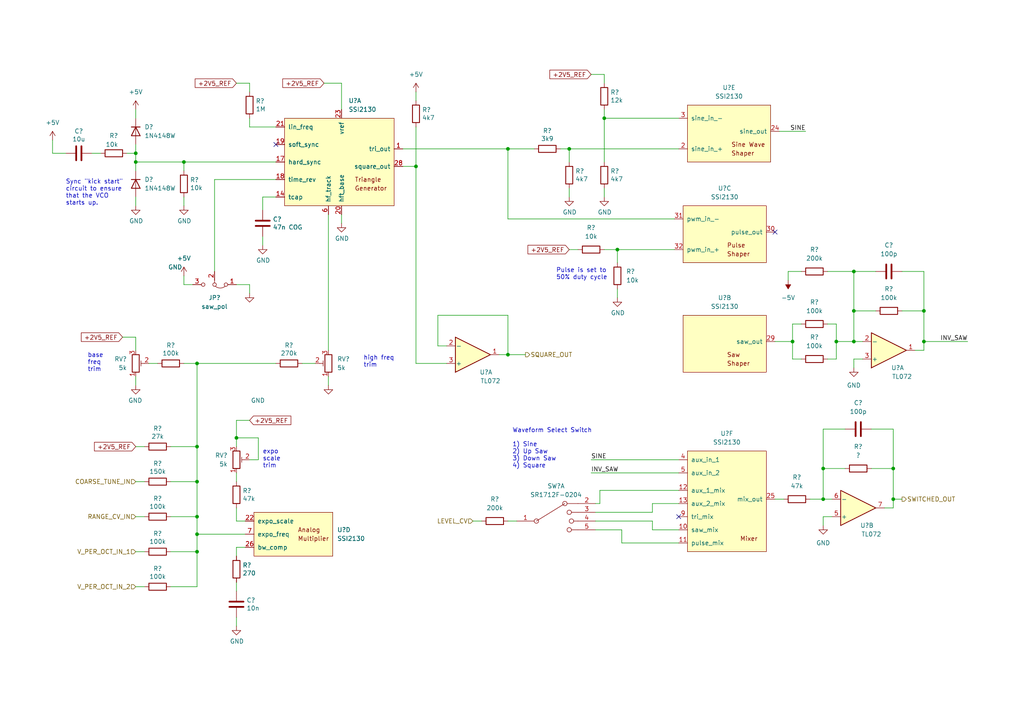
<source format=kicad_sch>
(kicad_sch (version 20230121) (generator eeschema)
  (paper "A4")
  (title_block (title "MICRO-OX Modulation Board") (date "2023-03-24") (rev "0") (comment 2 "creativecommons.org/licenses/by/4.0") (comment 3 "license: CC by 4.0") (comment 4 "Author: Jordan Aceto"))
  (lib_symbols
    (symbol "Amplifier_Operational:TL072" (pin_names (offset 0.127))
      (property "Reference" "U" (at 0 5.08 0))
      (property "Value" "TL072" (at 0 -5.08 0))
      (symbol "TL072_1_1"
        (pin output line (at 7.62 0 180) (length 2.54) (name "~") (number "1"))
        (pin input line (at -7.62 -2.54 0) (length 2.54) (name "-") (number "2"))
        (pin input line (at -7.62 2.54 0) (length 2.54) (name "+") (number "3"))
      )
      (symbol "TL072_2_1"
        (pin input line (at -7.62 2.54 0) (length 2.54) (name "+") (number "5"))
        (pin input line (at -7.62 -2.54 0) (length 2.54) (name "-") (number "6"))
        (pin output line (at 7.62 0 180) (length 2.54) (name "~") (number "7"))
      )
      (symbol "TL072_3_1"
        (pin power_in line (at -2.54 -7.62 90) (length 3.81) (name "V-") (number "4"))
        (pin power_in line (at -2.54 7.62 270) (length 3.81) (name "V+") (number "8"))
      )
    )
    (symbol "Device:C" (pin_numbers hide) (pin_names (offset 0.254))
      (property "Reference" "C" (at 0.635 2.54 0))
      (property "Value" "C" (at 0.635 -2.54 0))
      (symbol "C_1_1"
        (pin passive line (at 0 3.81 270) (length 2.794) (name "~") (number "1"))
        (pin passive line (at 0 -3.81 90) (length 2.794) (name "~") (number "2"))
      )
    )
    (symbol "Device:R" (pin_numbers hide) (pin_names (offset 0))
      (property "Reference" "R" (at 2.032 0 90))
      (property "Value" "R" (at 0 0 90))
      (symbol "R_1_1"
        (pin passive line (at 0 3.81 270) (length 1.27) (name "~") (number "1"))
        (pin passive line (at 0 -3.81 90) (length 1.27) (name "~") (number "2"))
      )
    )
    (symbol "Device:R_Potentiometer_Trim" (pin_names (offset 1.016) hide)
      (property "Reference" "RV" (at -4.445 0 90))
      (property "Value" "R_Potentiometer_Trim" (at -2.54 0 90))
      (symbol "R_Potentiometer_Trim_1_1"
        (pin passive line (at 0 3.81 270) (length 1.27) (name "1") (number "1"))
        (pin passive line (at 3.81 0 180) (length 1.27) (name "2") (number "2"))
        (pin passive line (at 0 -3.81 90) (length 1.27) (name "3") (number "3"))
      )
    )
    (symbol "Diode:1N4148W" (pin_numbers hide) (pin_names (offset 1.016) hide)
      (property "Reference" "D" (at 0 2.54 0))
      (property "Value" "1N4148W" (at 0 -2.54 0))
      (symbol "1N4148W_1_1"
        (pin passive line (at -3.81 0 0) (length 2.54) (name "K") (number "1"))
        (pin passive line (at 3.81 0 180) (length 2.54) (name "A") (number "2"))
      )
    )
    (symbol "Jumper:Jumper_3_Bridged12" (pin_names (offset 0) hide)
      (property "Reference" "JP" (at -2.54 -2.54 0))
      (property "Value" "Jumper_3_Bridged12" (at 0 2.794 0))
      (symbol "Jumper_3_Bridged12_1_1"
        (pin passive line (at -6.35 0 0) (length 2.54) (name "A") (number "1"))
        (pin passive line (at 0 -3.81 90) (length 2.54) (name "C") (number "2"))
        (pin passive line (at 6.35 0 180) (length 2.54) (name "B") (number "3"))
      )
    )
    (symbol "SSI2130_1" (pin_names (offset 1.016))
      (property "Reference" "U1" (at 2.0194 16.51 0))
      (property "Value" "SSI2130_1" (at 2.0194 13.97 0))
      (symbol "SSI2130_1_1_0"
        (text "Generator" (at 3.81 -8.89 0) (effects (font (size 1.27 1.27)) (justify left)))
        (text "Triangle" (at 3.81 -6.35 0) (effects (font (size 1.27 1.27)) (justify left)))
      )
      (symbol "SSI2130_1_1_1"
        (pin output line (at 17.78 2.54 180) (length 2.54) (name "tri_out") (number "1"))
        (pin input line (at -19.05 -11.43 0) (length 2.54) (name "tcap") (number "14"))
        (pin input line (at -19.05 -1.27 0) (length 2.54) (name "hard_sync") (number "17"))
        (pin input line (at -19.05 -6.35 0) (length 2.54) (name "time_rev") (number "18"))
        (pin input line (at -19.05 3.81 0) (length 2.54) (name "soft_sync") (number "19"))
        (pin input line (at 0 -16.51 90) (length 2.54) (name "hft_base") (number "20"))
        (pin input line (at -19.05 8.89 0) (length 2.54) (name "lin_freq") (number "21"))
        (pin input line (at 0 13.97 270) (length 2.54) (name "vref") (number "23"))
        (pin output line (at 17.78 -2.54 180) (length 2.54) (name "square_out") (number "28"))
        (pin input line (at -3.81 -16.51 90) (length 2.54) (name "hf_track") (number "6"))
      )
      (symbol "SSI2130_1_2_1"
        (text "Saw" (at 1.27 -3.81 0) (effects (font (size 1.27 1.27)) (justify left)))
        (text "Shaper" (at 1.27 -6.35 0) (effects (font (size 1.27 1.27)) (justify left)))
        (pin output line (at 15.24 0 180) (length 2.54) (name "saw_out") (number "29"))
      )
      (symbol "SSI2130_1_3_1"
        (text "Pulse" (at 1.27 -3.81 0) (effects (font (size 1.27 1.27)) (justify left)))
        (text "Shaper" (at 1.27 -6.35 0) (effects (font (size 1.27 1.27)) (justify left)))
        (pin output line (at 15.24 0 180) (length 2.54) (name "pulse_out") (number "30"))
        (pin input line (at -13.97 3.81 0) (length 2.54) (name "pwm_in_-") (number "31"))
        (pin input line (at -13.97 -5.08 0) (length 2.54) (name "pwm_in_+") (number "32"))
      )
      (symbol "SSI2130_1_4_1"
        (text "Analog" (at 1.27 1.27 0) (effects (font (size 1.27 1.27)) (justify left)))
        (text "Multiplier" (at 1.27 -1.27 0) (effects (font (size 1.27 1.27)) (justify left)))
        (pin input line (at -13.97 3.81 0) (length 2.54) (name "expo_scale") (number "22"))
        (pin input line (at -13.97 -3.81 0) (length 2.54) (name "bw_comp") (number "26"))
        (pin input line (at -13.97 0 0) (length 2.54) (name "expo_freq") (number "7"))
      )
      (symbol "SSI2130_1_5_1"
        (text "Shaper" (at 1.27 -6.35 0) (effects (font (size 1.27 1.27)) (justify left)))
        (text "Sine Wave" (at 1.27 -3.81 0) (effects (font (size 1.27 1.27)) (justify left)))
        (pin input line (at -13.97 -5.08 0) (length 2.54) (name "sine_in_+") (number "2"))
        (pin output line (at 15.24 0 180) (length 2.54) (name "sine_out") (number "24"))
        (pin input line (at -13.97 3.81 0) (length 2.54) (name "sine_in_-") (number "3"))
      )
      (symbol "SSI2130_1_6_1"
        (text "Mixer" (at 3.81 -7.62 0) (effects (font (size 1.27 1.27)) (justify left)))
        (pin input line (at -13.97 -5.08 0) (length 2.54) (name "saw_mix") (number "10"))
        (pin input line (at -13.97 -8.89 0) (length 2.54) (name "pulse_mix") (number "11"))
        (pin input line (at -13.97 6.35 0) (length 2.54) (name "aux_1_mix") (number "12"))
        (pin input line (at -13.97 2.54 0) (length 2.54) (name "aux_2_mix") (number "13"))
        (pin output line (at 13.97 3.81 180) (length 2.54) (name "mix_out") (number "25"))
        (pin input line (at -13.97 15.24 0) (length 2.54) (name "aux_in_1") (number "4"))
        (pin input line (at -13.97 11.43 0) (length 2.54) (name "aux_in_2") (number "5"))
        (pin input line (at -13.97 -1.27 0) (length 2.54) (name "tri_mix") (number "9"))
      )
      (symbol "SSI2130_1_7_1"
        (text "Power" (at 1.27 0 0) (effects (font (size 1.27 1.27)) (justify left)))
        (pin power_in line (at -13.97 -1.27 0) (length 2.54) (name "dgnd") (number "15"))
        (pin power_in line (at -13.97 1.27 0) (length 2.54) (name "agnd") (number "16"))
        (pin power_in line (at -13.97 3.81 0) (length 2.54) (name "V+") (number "27"))
        (pin power_in line (at -13.97 -3.81 0) (length 2.54) (name "V-") (number "8"))
      )
    )
    (symbol "SSI2130_2" (pin_names (offset 1.016))
      (property "Reference" "U1" (at 2.0194 16.51 0))
      (property "Value" "SSI2130_2" (at 2.0194 13.97 0))
      (symbol "SSI2130_2_1_0"
        (text "Generator" (at 3.81 -8.89 0) (effects (font (size 1.27 1.27)) (justify left)))
        (text "Triangle" (at 3.81 -6.35 0) (effects (font (size 1.27 1.27)) (justify left)))
      )
      (symbol "SSI2130_2_1_1"
        (pin output line (at 17.78 2.54 180) (length 2.54) (name "tri_out") (number "1"))
        (pin input line (at -19.05 -11.43 0) (length 2.54) (name "tcap") (number "14"))
        (pin input line (at -19.05 -1.27 0) (length 2.54) (name "hard_sync") (number "17"))
        (pin input line (at -19.05 -6.35 0) (length 2.54) (name "time_rev") (number "18"))
        (pin input line (at -19.05 3.81 0) (length 2.54) (name "soft_sync") (number "19"))
        (pin input line (at 0 -16.51 90) (length 2.54) (name "hft_base") (number "20"))
        (pin input line (at -19.05 8.89 0) (length 2.54) (name "lin_freq") (number "21"))
        (pin input line (at 0 13.97 270) (length 2.54) (name "vref") (number "23"))
        (pin output line (at 17.78 -2.54 180) (length 2.54) (name "square_out") (number "28"))
        (pin input line (at -3.81 -16.51 90) (length 2.54) (name "hf_track") (number "6"))
      )
      (symbol "SSI2130_2_2_1"
        (text "Saw" (at 1.27 -3.81 0) (effects (font (size 1.27 1.27)) (justify left)))
        (text "Shaper" (at 1.27 -6.35 0) (effects (font (size 1.27 1.27)) (justify left)))
        (pin output line (at 15.24 0 180) (length 2.54) (name "saw_out") (number "29"))
      )
      (symbol "SSI2130_2_3_1"
        (text "Pulse" (at 1.27 -3.81 0) (effects (font (size 1.27 1.27)) (justify left)))
        (text "Shaper" (at 1.27 -6.35 0) (effects (font (size 1.27 1.27)) (justify left)))
        (pin output line (at 15.24 0 180) (length 2.54) (name "pulse_out") (number "30"))
        (pin input line (at -13.97 3.81 0) (length 2.54) (name "pwm_in_-") (number "31"))
        (pin input line (at -13.97 -5.08 0) (length 2.54) (name "pwm_in_+") (number "32"))
      )
      (symbol "SSI2130_2_4_1"
        (text "Analog" (at 1.27 1.27 0) (effects (font (size 1.27 1.27)) (justify left)))
        (text "Multiplier" (at 1.27 -1.27 0) (effects (font (size 1.27 1.27)) (justify left)))
        (pin input line (at -13.97 3.81 0) (length 2.54) (name "expo_scale") (number "22"))
        (pin input line (at -13.97 -3.81 0) (length 2.54) (name "bw_comp") (number "26"))
        (pin input line (at -13.97 0 0) (length 2.54) (name "expo_freq") (number "7"))
      )
      (symbol "SSI2130_2_5_1"
        (text "Shaper" (at 1.27 -6.35 0) (effects (font (size 1.27 1.27)) (justify left)))
        (text "Sine Wave" (at 1.27 -3.81 0) (effects (font (size 1.27 1.27)) (justify left)))
        (pin input line (at -13.97 -5.08 0) (length 2.54) (name "sine_in_+") (number "2"))
        (pin output line (at 15.24 0 180) (length 2.54) (name "sine_out") (number "24"))
        (pin input line (at -13.97 3.81 0) (length 2.54) (name "sine_in_-") (number "3"))
      )
      (symbol "SSI2130_2_6_1"
        (text "Mixer" (at 3.81 -7.62 0) (effects (font (size 1.27 1.27)) (justify left)))
        (pin input line (at -13.97 -5.08 0) (length 2.54) (name "saw_mix") (number "10"))
        (pin input line (at -13.97 -8.89 0) (length 2.54) (name "pulse_mix") (number "11"))
        (pin input line (at -13.97 6.35 0) (length 2.54) (name "aux_1_mix") (number "12"))
        (pin input line (at -13.97 2.54 0) (length 2.54) (name "aux_2_mix") (number "13"))
        (pin output line (at 13.97 3.81 180) (length 2.54) (name "mix_out") (number "25"))
        (pin input line (at -13.97 15.24 0) (length 2.54) (name "aux_in_1") (number "4"))
        (pin input line (at -13.97 11.43 0) (length 2.54) (name "aux_in_2") (number "5"))
        (pin input line (at -13.97 -1.27 0) (length 2.54) (name "tri_mix") (number "9"))
      )
      (symbol "SSI2130_2_7_1"
        (text "Power" (at 1.27 0 0) (effects (font (size 1.27 1.27)) (justify left)))
        (pin power_in line (at -13.97 -1.27 0) (length 2.54) (name "dgnd") (number "15"))
        (pin power_in line (at -13.97 1.27 0) (length 2.54) (name "agnd") (number "16"))
        (pin power_in line (at -13.97 3.81 0) (length 2.54) (name "V+") (number "27"))
        (pin power_in line (at -13.97 -3.81 0) (length 2.54) (name "V-") (number "8"))
      )
    )
    (symbol "SSI2130_3" (pin_names (offset 1.016))
      (property "Reference" "U1" (at 2.0194 16.51 0))
      (property "Value" "SSI2130_3" (at 2.0194 13.97 0))
      (symbol "SSI2130_3_1_0"
        (text "Generator" (at 3.81 -8.89 0) (effects (font (size 1.27 1.27)) (justify left)))
        (text "Triangle" (at 3.81 -6.35 0) (effects (font (size 1.27 1.27)) (justify left)))
      )
      (symbol "SSI2130_3_1_1"
        (pin output line (at 17.78 2.54 180) (length 2.54) (name "tri_out") (number "1"))
        (pin input line (at -19.05 -11.43 0) (length 2.54) (name "tcap") (number "14"))
        (pin input line (at -19.05 -1.27 0) (length 2.54) (name "hard_sync") (number "17"))
        (pin input line (at -19.05 -6.35 0) (length 2.54) (name "time_rev") (number "18"))
        (pin input line (at -19.05 3.81 0) (length 2.54) (name "soft_sync") (number "19"))
        (pin input line (at 0 -16.51 90) (length 2.54) (name "hft_base") (number "20"))
        (pin input line (at -19.05 8.89 0) (length 2.54) (name "lin_freq") (number "21"))
        (pin input line (at 0 13.97 270) (length 2.54) (name "vref") (number "23"))
        (pin output line (at 17.78 -2.54 180) (length 2.54) (name "square_out") (number "28"))
        (pin input line (at -3.81 -16.51 90) (length 2.54) (name "hf_track") (number "6"))
      )
      (symbol "SSI2130_3_2_1"
        (text "Saw" (at 1.27 -3.81 0) (effects (font (size 1.27 1.27)) (justify left)))
        (text "Shaper" (at 1.27 -6.35 0) (effects (font (size 1.27 1.27)) (justify left)))
        (pin output line (at 15.24 0 180) (length 2.54) (name "saw_out") (number "29"))
      )
      (symbol "SSI2130_3_3_1"
        (text "Pulse" (at 1.27 -3.81 0) (effects (font (size 1.27 1.27)) (justify left)))
        (text "Shaper" (at 1.27 -6.35 0) (effects (font (size 1.27 1.27)) (justify left)))
        (pin output line (at 15.24 0 180) (length 2.54) (name "pulse_out") (number "30"))
        (pin input line (at -13.97 3.81 0) (length 2.54) (name "pwm_in_-") (number "31"))
        (pin input line (at -13.97 -5.08 0) (length 2.54) (name "pwm_in_+") (number "32"))
      )
      (symbol "SSI2130_3_4_1"
        (text "Analog" (at 1.27 1.27 0) (effects (font (size 1.27 1.27)) (justify left)))
        (text "Multiplier" (at 1.27 -1.27 0) (effects (font (size 1.27 1.27)) (justify left)))
        (pin input line (at -13.97 3.81 0) (length 2.54) (name "expo_scale") (number "22"))
        (pin input line (at -13.97 -3.81 0) (length 2.54) (name "bw_comp") (number "26"))
        (pin input line (at -13.97 0 0) (length 2.54) (name "expo_freq") (number "7"))
      )
      (symbol "SSI2130_3_5_1"
        (text "Shaper" (at 1.27 -6.35 0) (effects (font (size 1.27 1.27)) (justify left)))
        (text "Sine Wave" (at 1.27 -3.81 0) (effects (font (size 1.27 1.27)) (justify left)))
        (pin input line (at -13.97 -5.08 0) (length 2.54) (name "sine_in_+") (number "2"))
        (pin output line (at 15.24 0 180) (length 2.54) (name "sine_out") (number "24"))
        (pin input line (at -13.97 3.81 0) (length 2.54) (name "sine_in_-") (number "3"))
      )
      (symbol "SSI2130_3_6_1"
        (text "Mixer" (at 3.81 -7.62 0) (effects (font (size 1.27 1.27)) (justify left)))
        (pin input line (at -13.97 -5.08 0) (length 2.54) (name "saw_mix") (number "10"))
        (pin input line (at -13.97 -8.89 0) (length 2.54) (name "pulse_mix") (number "11"))
        (pin input line (at -13.97 6.35 0) (length 2.54) (name "aux_1_mix") (number "12"))
        (pin input line (at -13.97 2.54 0) (length 2.54) (name "aux_2_mix") (number "13"))
        (pin output line (at 13.97 3.81 180) (length 2.54) (name "mix_out") (number "25"))
        (pin input line (at -13.97 15.24 0) (length 2.54) (name "aux_in_1") (number "4"))
        (pin input line (at -13.97 11.43 0) (length 2.54) (name "aux_in_2") (number "5"))
        (pin input line (at -13.97 -1.27 0) (length 2.54) (name "tri_mix") (number "9"))
      )
      (symbol "SSI2130_3_7_1"
        (text "Power" (at 1.27 0 0) (effects (font (size 1.27 1.27)) (justify left)))
        (pin power_in line (at -13.97 -1.27 0) (length 2.54) (name "dgnd") (number "15"))
        (pin power_in line (at -13.97 1.27 0) (length 2.54) (name "agnd") (number "16"))
        (pin power_in line (at -13.97 3.81 0) (length 2.54) (name "V+") (number "27"))
        (pin power_in line (at -13.97 -3.81 0) (length 2.54) (name "V-") (number "8"))
      )
    )
    (symbol "SSI2130_4" (pin_names (offset 1.016))
      (property "Reference" "U1" (at 2.0194 16.51 0))
      (property "Value" "SSI2130_4" (at 2.0194 13.97 0))
      (symbol "SSI2130_4_1_0"
        (text "Generator" (at 3.81 -8.89 0) (effects (font (size 1.27 1.27)) (justify left)))
        (text "Triangle" (at 3.81 -6.35 0) (effects (font (size 1.27 1.27)) (justify left)))
      )
      (symbol "SSI2130_4_1_1"
        (pin output line (at 17.78 2.54 180) (length 2.54) (name "tri_out") (number "1"))
        (pin input line (at -19.05 -11.43 0) (length 2.54) (name "tcap") (number "14"))
        (pin input line (at -19.05 -1.27 0) (length 2.54) (name "hard_sync") (number "17"))
        (pin input line (at -19.05 -6.35 0) (length 2.54) (name "time_rev") (number "18"))
        (pin input line (at -19.05 3.81 0) (length 2.54) (name "soft_sync") (number "19"))
        (pin input line (at 0 -16.51 90) (length 2.54) (name "hft_base") (number "20"))
        (pin input line (at -19.05 8.89 0) (length 2.54) (name "lin_freq") (number "21"))
        (pin input line (at 0 13.97 270) (length 2.54) (name "vref") (number "23"))
        (pin output line (at 17.78 -2.54 180) (length 2.54) (name "square_out") (number "28"))
        (pin input line (at -3.81 -16.51 90) (length 2.54) (name "hf_track") (number "6"))
      )
      (symbol "SSI2130_4_2_1"
        (text "Saw" (at 1.27 -3.81 0) (effects (font (size 1.27 1.27)) (justify left)))
        (text "Shaper" (at 1.27 -6.35 0) (effects (font (size 1.27 1.27)) (justify left)))
        (pin output line (at 15.24 0 180) (length 2.54) (name "saw_out") (number "29"))
      )
      (symbol "SSI2130_4_3_1"
        (text "Pulse" (at 1.27 -3.81 0) (effects (font (size 1.27 1.27)) (justify left)))
        (text "Shaper" (at 1.27 -6.35 0) (effects (font (size 1.27 1.27)) (justify left)))
        (pin output line (at 15.24 0 180) (length 2.54) (name "pulse_out") (number "30"))
        (pin input line (at -13.97 3.81 0) (length 2.54) (name "pwm_in_-") (number "31"))
        (pin input line (at -13.97 -5.08 0) (length 2.54) (name "pwm_in_+") (number "32"))
      )
      (symbol "SSI2130_4_4_1"
        (text "Analog" (at 1.27 1.27 0) (effects (font (size 1.27 1.27)) (justify left)))
        (text "Multiplier" (at 1.27 -1.27 0) (effects (font (size 1.27 1.27)) (justify left)))
        (pin input line (at -13.97 3.81 0) (length 2.54) (name "expo_scale") (number "22"))
        (pin input line (at -13.97 -3.81 0) (length 2.54) (name "bw_comp") (number "26"))
        (pin input line (at -13.97 0 0) (length 2.54) (name "expo_freq") (number "7"))
      )
      (symbol "SSI2130_4_5_1"
        (text "Shaper" (at 1.27 -6.35 0) (effects (font (size 1.27 1.27)) (justify left)))
        (text "Sine Wave" (at 1.27 -3.81 0) (effects (font (size 1.27 1.27)) (justify left)))
        (pin input line (at -13.97 -5.08 0) (length 2.54) (name "sine_in_+") (number "2"))
        (pin output line (at 15.24 0 180) (length 2.54) (name "sine_out") (number "24"))
        (pin input line (at -13.97 3.81 0) (length 2.54) (name "sine_in_-") (number "3"))
      )
      (symbol "SSI2130_4_6_1"
        (text "Mixer" (at 3.81 -7.62 0) (effects (font (size 1.27 1.27)) (justify left)))
        (pin input line (at -13.97 -5.08 0) (length 2.54) (name "saw_mix") (number "10"))
        (pin input line (at -13.97 -8.89 0) (length 2.54) (name "pulse_mix") (number "11"))
        (pin input line (at -13.97 6.35 0) (length 2.54) (name "aux_1_mix") (number "12"))
        (pin input line (at -13.97 2.54 0) (length 2.54) (name "aux_2_mix") (number "13"))
        (pin output line (at 13.97 3.81 180) (length 2.54) (name "mix_out") (number "25"))
        (pin input line (at -13.97 15.24 0) (length 2.54) (name "aux_in_1") (number "4"))
        (pin input line (at -13.97 11.43 0) (length 2.54) (name "aux_in_2") (number "5"))
        (pin input line (at -13.97 -1.27 0) (length 2.54) (name "tri_mix") (number "9"))
      )
      (symbol "SSI2130_4_7_1"
        (text "Power" (at 1.27 0 0) (effects (font (size 1.27 1.27)) (justify left)))
        (pin power_in line (at -13.97 -1.27 0) (length 2.54) (name "dgnd") (number "15"))
        (pin power_in line (at -13.97 1.27 0) (length 2.54) (name "agnd") (number "16"))
        (pin power_in line (at -13.97 3.81 0) (length 2.54) (name "V+") (number "27"))
        (pin power_in line (at -13.97 -3.81 0) (length 2.54) (name "V-") (number "8"))
      )
    )
    (symbol "SSI2130_5" (pin_names (offset 1.016))
      (property "Reference" "U1" (at 2.0194 16.51 0))
      (property "Value" "SSI2130_5" (at 2.0194 13.97 0))
      (symbol "SSI2130_5_1_0"
        (text "Generator" (at 3.81 -8.89 0) (effects (font (size 1.27 1.27)) (justify left)))
        (text "Triangle" (at 3.81 -6.35 0) (effects (font (size 1.27 1.27)) (justify left)))
      )
      (symbol "SSI2130_5_1_1"
        (pin output line (at 17.78 2.54 180) (length 2.54) (name "tri_out") (number "1"))
        (pin input line (at -19.05 -11.43 0) (length 2.54) (name "tcap") (number "14"))
        (pin input line (at -19.05 -1.27 0) (length 2.54) (name "hard_sync") (number "17"))
        (pin input line (at -19.05 -6.35 0) (length 2.54) (name "time_rev") (number "18"))
        (pin input line (at -19.05 3.81 0) (length 2.54) (name "soft_sync") (number "19"))
        (pin input line (at 0 -16.51 90) (length 2.54) (name "hft_base") (number "20"))
        (pin input line (at -19.05 8.89 0) (length 2.54) (name "lin_freq") (number "21"))
        (pin input line (at 0 13.97 270) (length 2.54) (name "vref") (number "23"))
        (pin output line (at 17.78 -2.54 180) (length 2.54) (name "square_out") (number "28"))
        (pin input line (at -3.81 -16.51 90) (length 2.54) (name "hf_track") (number "6"))
      )
      (symbol "SSI2130_5_2_1"
        (text "Saw" (at 1.27 -3.81 0) (effects (font (size 1.27 1.27)) (justify left)))
        (text "Shaper" (at 1.27 -6.35 0) (effects (font (size 1.27 1.27)) (justify left)))
        (pin output line (at 15.24 0 180) (length 2.54) (name "saw_out") (number "29"))
      )
      (symbol "SSI2130_5_3_1"
        (text "Pulse" (at 1.27 -3.81 0) (effects (font (size 1.27 1.27)) (justify left)))
        (text "Shaper" (at 1.27 -6.35 0) (effects (font (size 1.27 1.27)) (justify left)))
        (pin output line (at 15.24 0 180) (length 2.54) (name "pulse_out") (number "30"))
        (pin input line (at -13.97 3.81 0) (length 2.54) (name "pwm_in_-") (number "31"))
        (pin input line (at -13.97 -5.08 0) (length 2.54) (name "pwm_in_+") (number "32"))
      )
      (symbol "SSI2130_5_4_1"
        (text "Analog" (at 1.27 1.27 0) (effects (font (size 1.27 1.27)) (justify left)))
        (text "Multiplier" (at 1.27 -1.27 0) (effects (font (size 1.27 1.27)) (justify left)))
        (pin input line (at -13.97 3.81 0) (length 2.54) (name "expo_scale") (number "22"))
        (pin input line (at -13.97 -3.81 0) (length 2.54) (name "bw_comp") (number "26"))
        (pin input line (at -13.97 0 0) (length 2.54) (name "expo_freq") (number "7"))
      )
      (symbol "SSI2130_5_5_1"
        (text "Shaper" (at 1.27 -6.35 0) (effects (font (size 1.27 1.27)) (justify left)))
        (text "Sine Wave" (at 1.27 -3.81 0) (effects (font (size 1.27 1.27)) (justify left)))
        (pin input line (at -13.97 -5.08 0) (length 2.54) (name "sine_in_+") (number "2"))
        (pin output line (at 15.24 0 180) (length 2.54) (name "sine_out") (number "24"))
        (pin input line (at -13.97 3.81 0) (length 2.54) (name "sine_in_-") (number "3"))
      )
      (symbol "SSI2130_5_6_1"
        (text "Mixer" (at 3.81 -7.62 0) (effects (font (size 1.27 1.27)) (justify left)))
        (pin input line (at -13.97 -5.08 0) (length 2.54) (name "saw_mix") (number "10"))
        (pin input line (at -13.97 -8.89 0) (length 2.54) (name "pulse_mix") (number "11"))
        (pin input line (at -13.97 6.35 0) (length 2.54) (name "aux_1_mix") (number "12"))
        (pin input line (at -13.97 2.54 0) (length 2.54) (name "aux_2_mix") (number "13"))
        (pin output line (at 13.97 3.81 180) (length 2.54) (name "mix_out") (number "25"))
        (pin input line (at -13.97 15.24 0) (length 2.54) (name "aux_in_1") (number "4"))
        (pin input line (at -13.97 11.43 0) (length 2.54) (name "aux_in_2") (number "5"))
        (pin input line (at -13.97 -1.27 0) (length 2.54) (name "tri_mix") (number "9"))
      )
      (symbol "SSI2130_5_7_1"
        (text "Power" (at 1.27 0 0) (effects (font (size 1.27 1.27)) (justify left)))
        (pin power_in line (at -13.97 -1.27 0) (length 2.54) (name "dgnd") (number "15"))
        (pin power_in line (at -13.97 1.27 0) (length 2.54) (name "agnd") (number "16"))
        (pin power_in line (at -13.97 3.81 0) (length 2.54) (name "V+") (number "27"))
        (pin power_in line (at -13.97 -3.81 0) (length 2.54) (name "V-") (number "8"))
      )
    )
    (symbol "custom_symbols:SR1712F-0204" (pin_names (offset 1.016) hide)
      (property "Reference" "SW?" (at -1.27 11.43 0))
      (property "Value" "SR1712F-0204" (at -1.27 8.89 0))
      (symbol "SR1712F-0204_1_1"
        (pin passive line (at -10.16 0 0) (length 5.08) (name "1") (number "1"))
        (pin passive line (at 12.7 5.08 180) (length 5.08) (name "2") (number "2"))
        (pin passive line (at 12.7 2.54 180) (length 5.08) (name "3") (number "3"))
        (pin passive line (at 12.7 0 180) (length 5.08) (name "4") (number "4"))
        (pin passive line (at 12.7 -2.54 180) (length 5.08) (name "5") (number "5"))
      )
      (symbol "SR1712F-0204_2_1"
        (pin passive line (at -10.16 0 0) (length 5.08) (name "10") (number "10"))
        (pin passive line (at 12.7 5.08 180) (length 5.08) (name "6") (number "6"))
        (pin passive line (at 12.7 2.54 180) (length 5.08) (name "7") (number "7"))
        (pin passive line (at 12.7 0 180) (length 5.08) (name "8") (number "8"))
        (pin passive line (at 12.7 -2.54 180) (length 5.08) (name "9") (number "9"))
      )
    )
    (symbol "custom_symbols:SSI2130" (pin_names (offset 1.016))
      (property "Reference" "U1" (at 2.0194 16.51 0))
      (property "Value" "SSI2130" (at 2.0194 13.97 0))
      (symbol "SSI2130_1_0"
        (text "Generator" (at 3.81 -8.89 0) (effects (font (size 1.27 1.27)) (justify left)))
        (text "Triangle" (at 3.81 -6.35 0) (effects (font (size 1.27 1.27)) (justify left)))
      )
      (symbol "SSI2130_1_1"
        (pin output line (at 17.78 2.54 180) (length 2.54) (name "tri_out") (number "1"))
        (pin input line (at -19.05 -11.43 0) (length 2.54) (name "tcap") (number "14"))
        (pin input line (at -19.05 -1.27 0) (length 2.54) (name "hard_sync") (number "17"))
        (pin input line (at -19.05 -6.35 0) (length 2.54) (name "time_rev") (number "18"))
        (pin input line (at -19.05 3.81 0) (length 2.54) (name "soft_sync") (number "19"))
        (pin input line (at 0 -16.51 90) (length 2.54) (name "hft_base") (number "20"))
        (pin input line (at -19.05 8.89 0) (length 2.54) (name "lin_freq") (number "21"))
        (pin input line (at 0 13.97 270) (length 2.54) (name "vref") (number "23"))
        (pin output line (at 17.78 -2.54 180) (length 2.54) (name "square_out") (number "28"))
        (pin input line (at -3.81 -16.51 90) (length 2.54) (name "hf_track") (number "6"))
      )
      (symbol "SSI2130_2_1"
        (text "Saw" (at 1.27 -3.81 0) (effects (font (size 1.27 1.27)) (justify left)))
        (text "Shaper" (at 1.27 -6.35 0) (effects (font (size 1.27 1.27)) (justify left)))
        (pin output line (at 15.24 0 180) (length 2.54) (name "saw_out") (number "29"))
      )
      (symbol "SSI2130_3_1"
        (text "Pulse" (at 1.27 -3.81 0) (effects (font (size 1.27 1.27)) (justify left)))
        (text "Shaper" (at 1.27 -6.35 0) (effects (font (size 1.27 1.27)) (justify left)))
        (pin output line (at 15.24 0 180) (length 2.54) (name "pulse_out") (number "30"))
        (pin input line (at -13.97 3.81 0) (length 2.54) (name "pwm_in_-") (number "31"))
        (pin input line (at -13.97 -5.08 0) (length 2.54) (name "pwm_in_+") (number "32"))
      )
      (symbol "SSI2130_4_1"
        (text "Analog" (at 1.27 1.27 0) (effects (font (size 1.27 1.27)) (justify left)))
        (text "Multiplier" (at 1.27 -1.27 0) (effects (font (size 1.27 1.27)) (justify left)))
        (pin input line (at -13.97 3.81 0) (length 2.54) (name "expo_scale") (number "22"))
        (pin input line (at -13.97 -3.81 0) (length 2.54) (name "bw_comp") (number "26"))
        (pin input line (at -13.97 0 0) (length 2.54) (name "expo_freq") (number "7"))
      )
      (symbol "SSI2130_5_1"
        (text "Shaper" (at 1.27 -6.35 0) (effects (font (size 1.27 1.27)) (justify left)))
        (text "Sine Wave" (at 1.27 -3.81 0) (effects (font (size 1.27 1.27)) (justify left)))
        (pin input line (at -13.97 -5.08 0) (length 2.54) (name "sine_in_+") (number "2"))
        (pin output line (at 15.24 0 180) (length 2.54) (name "sine_out") (number "24"))
        (pin input line (at -13.97 3.81 0) (length 2.54) (name "sine_in_-") (number "3"))
      )
      (symbol "SSI2130_6_1"
        (text "Mixer" (at 3.81 -7.62 0) (effects (font (size 1.27 1.27)) (justify left)))
        (pin input line (at -13.97 -5.08 0) (length 2.54) (name "saw_mix") (number "10"))
        (pin input line (at -13.97 -8.89 0) (length 2.54) (name "pulse_mix") (number "11"))
        (pin input line (at -13.97 6.35 0) (length 2.54) (name "aux_1_mix") (number "12"))
        (pin input line (at -13.97 2.54 0) (length 2.54) (name "aux_2_mix") (number "13"))
        (pin output line (at 13.97 3.81 180) (length 2.54) (name "mix_out") (number "25"))
        (pin input line (at -13.97 15.24 0) (length 2.54) (name "aux_in_1") (number "4"))
        (pin input line (at -13.97 11.43 0) (length 2.54) (name "aux_in_2") (number "5"))
        (pin input line (at -13.97 -1.27 0) (length 2.54) (name "tri_mix") (number "9"))
      )
      (symbol "SSI2130_7_1"
        (text "Power" (at 1.27 0 0) (effects (font (size 1.27 1.27)) (justify left)))
        (pin power_in line (at -13.97 -1.27 0) (length 2.54) (name "dgnd") (number "15"))
        (pin power_in line (at -13.97 1.27 0) (length 2.54) (name "agnd") (number "16"))
        (pin power_in line (at -13.97 3.81 0) (length 2.54) (name "V+") (number "27"))
        (pin power_in line (at -13.97 -3.81 0) (length 2.54) (name "V-") (number "8"))
      )
    )
    (symbol "power:+5V" (power) (pin_names (offset 0))
      (property "Value" "+5V" (at 0 3.556 0))
      (symbol "+5V_1_1"
        (pin power_in line (at 0 0 90) (length 0) hide (name "+5V") (number "1"))
      )
    )
    (symbol "power:-5V" (power) (pin_names (offset 0))
      (property "Value" "-5V" (at 0 3.81 0))
      (symbol "-5V_0_0"
        (pin power_in line (at 0 0 90) (length 0) hide (name "-5V") (number "1"))
      )
    )
    (symbol "power:GND" (power) (pin_names (offset 0))
      (property "Value" "GND" (at 0 -3.81 0))
      (symbol "GND_1_1"
        (pin power_in line (at 0 0 270) (length 0) hide (name "GND") (number "1"))
      )
    )
  )
  (junction (at 247.65 99.06))
  (junction (at 229.87 99.06))
  (junction (at 165.1 43.18))
  (junction (at 57.15 154.94))
  (junction (at 147.32 102.87))
  (junction (at 57.15 139.7))
  (junction (at 238.76 144.78))
  (junction (at 179.07 72.39))
  (junction (at 39.37 44.45))
  (junction (at 259.08 144.78))
  (junction (at 57.15 105.41))
  (junction (at 57.15 160.02))
  (junction (at 68.58 127))
  (junction (at 242.57 99.06))
  (junction (at 120.65 48.26))
  (junction (at 57.15 149.86))
  (junction (at 238.76 135.89))
  (junction (at 259.08 135.89))
  (junction (at 267.97 99.06))
  (junction (at 53.34 46.99))
  (junction (at 147.32 43.18))
  (junction (at 267.97 90.17))
  (junction (at 175.26 34.29))
  (junction (at 247.65 90.17))
  (junction (at 57.15 129.54))
  (junction (at 247.65 78.74))
  (junction (at 39.37 46.99))
  (no_connect (at 80.01 41.91))
  (no_connect (at 196.85 149.86))
  (no_connect (at 224.79 67.31))
  (wire (pts (xy 175.26 34.29) (xy 175.26 31.75)))
  (wire (pts (xy 241.3 144.78) (xy 238.76 144.78)))
  (wire (pts (xy 224.79 99.06) (xy 229.87 99.06)))
  (wire (pts (xy 116.84 43.18) (xy 147.32 43.18)))
  (wire (pts (xy 95.25 111.76) (xy 95.25 109.22)))
  (wire (pts (xy 224.79 144.78) (xy 227.33 144.78)))
  (wire (pts (xy 35.56 97.79) (xy 39.37 97.79)))
  (wire (pts (xy 172.72 148.59) (xy 189.23 148.59)))
  (wire (pts (xy 165.1 46.99) (xy 165.1 43.18)))
  (wire (pts (xy 226.06 38.1) (xy 233.68 38.1)))
  (wire (pts (xy 68.58 171.45) (xy 68.58 168.91)))
  (wire (pts (xy 238.76 144.78) (xy 238.76 135.89)))
  (wire (pts (xy 74.93 127) (xy 68.58 127)))
  (wire (pts (xy 57.15 129.54) (xy 57.15 139.7)))
  (wire (pts (xy 76.2 60.96) (xy 76.2 57.15)))
  (wire (pts (xy 49.53 170.18) (xy 57.15 170.18)))
  (wire (pts (xy 228.6 78.74) (xy 228.6 81.28)))
  (wire (pts (xy 95.25 62.23) (xy 95.25 101.6)))
  (wire (pts (xy 245.11 124.46) (xy 238.76 124.46)))
  (wire (pts (xy 259.08 144.78) (xy 259.08 147.32)))
  (wire (pts (xy 234.95 144.78) (xy 238.76 144.78)))
  (wire (pts (xy 171.45 21.59) (xy 175.26 21.59)))
  (wire (pts (xy 39.37 31.75) (xy 39.37 34.29)))
  (wire (pts (xy 137.16 151.13) (xy 139.7 151.13)))
  (wire (pts (xy 162.56 43.18) (xy 165.1 43.18)))
  (wire (pts (xy 72.39 121.92) (xy 68.58 121.92)))
  (wire (pts (xy 116.84 48.26) (xy 120.65 48.26)))
  (wire (pts (xy 242.57 93.98) (xy 242.57 99.06)))
  (wire (pts (xy 179.07 83.82) (xy 179.07 86.36)))
  (wire (pts (xy 53.34 46.99) (xy 53.34 49.53)))
  (wire (pts (xy 147.32 91.44) (xy 127 91.44)))
  (wire (pts (xy 39.37 46.99) (xy 39.37 49.53)))
  (wire (pts (xy 144.78 102.87) (xy 147.32 102.87)))
  (wire (pts (xy 57.15 139.7) (xy 57.15 149.86)))
  (wire (pts (xy 267.97 99.06) (xy 267.97 101.6)))
  (wire (pts (xy 267.97 101.6) (xy 265.43 101.6)))
  (wire (pts (xy 91.44 105.41) (xy 87.63 105.41)))
  (wire (pts (xy 74.93 133.35) (xy 74.93 127)))
  (wire (pts (xy 252.73 124.46) (xy 259.08 124.46)))
  (wire (pts (xy 238.76 124.46) (xy 238.76 135.89)))
  (wire (pts (xy 242.57 99.06) (xy 247.65 99.06)))
  (wire (pts (xy 57.15 160.02) (xy 57.15 154.94)))
  (wire (pts (xy 229.87 104.14) (xy 229.87 99.06)))
  (wire (pts (xy 247.65 78.74) (xy 247.65 90.17)))
  (wire (pts (xy 189.23 148.59) (xy 189.23 146.05)))
  (wire (pts (xy 189.23 146.05) (xy 196.85 146.05)))
  (wire (pts (xy 19.05 44.45) (xy 15.24 44.45)))
  (wire (pts (xy 147.32 102.87) (xy 152.4 102.87)))
  (wire (pts (xy 120.65 29.21) (xy 120.65 26.67)))
  (wire (pts (xy 259.08 147.32) (xy 256.54 147.32)))
  (wire (pts (xy 72.39 36.83) (xy 72.39 34.29)))
  (wire (pts (xy 171.45 137.16) (xy 196.85 137.16)))
  (wire (pts (xy 68.58 147.32) (xy 68.58 151.13)))
  (wire (pts (xy 57.15 105.41) (xy 57.15 129.54)))
  (wire (pts (xy 175.26 72.39) (xy 179.07 72.39)))
  (wire (pts (xy 261.62 90.17) (xy 267.97 90.17)))
  (wire (pts (xy 173.99 142.24) (xy 196.85 142.24)))
  (wire (pts (xy 189.23 153.67) (xy 189.23 151.13)))
  (wire (pts (xy 57.15 139.7) (xy 49.53 139.7)))
  (wire (pts (xy 39.37 59.69) (xy 39.37 57.15)))
  (wire (pts (xy 15.24 44.45) (xy 15.24 40.64)))
  (wire (pts (xy 72.39 133.35) (xy 74.93 133.35)))
  (wire (pts (xy 99.06 24.13) (xy 93.98 24.13)))
  (wire (pts (xy 120.65 105.41) (xy 129.54 105.41)))
  (wire (pts (xy 180.34 157.48) (xy 180.34 153.67)))
  (wire (pts (xy 242.57 104.14) (xy 240.03 104.14)))
  (wire (pts (xy 180.34 153.67) (xy 172.72 153.67)))
  (wire (pts (xy 129.54 100.33) (xy 127 100.33)))
  (wire (pts (xy 68.58 121.92) (xy 68.58 127)))
  (wire (pts (xy 247.65 99.06) (xy 247.65 90.17)))
  (wire (pts (xy 39.37 129.54) (xy 41.91 129.54)))
  (wire (pts (xy 189.23 151.13) (xy 172.72 151.13)))
  (wire (pts (xy 252.73 135.89) (xy 259.08 135.89)))
  (wire (pts (xy 53.34 105.41) (xy 57.15 105.41)))
  (wire (pts (xy 62.23 78.74) (xy 62.23 52.07)))
  (wire (pts (xy 36.83 44.45) (xy 39.37 44.45)))
  (wire (pts (xy 72.39 26.67) (xy 72.39 24.13)))
  (wire (pts (xy 120.65 48.26) (xy 120.65 105.41)))
  (wire (pts (xy 57.15 105.41) (xy 80.01 105.41)))
  (wire (pts (xy 39.37 149.86) (xy 41.91 149.86)))
  (wire (pts (xy 68.58 82.55) (xy 72.39 82.55)))
  (wire (pts (xy 229.87 99.06) (xy 229.87 93.98)))
  (wire (pts (xy 76.2 57.15) (xy 80.01 57.15)))
  (wire (pts (xy 53.34 46.99) (xy 80.01 46.99)))
  (wire (pts (xy 57.15 149.86) (xy 49.53 149.86)))
  (wire (pts (xy 267.97 90.17) (xy 267.97 99.06)))
  (wire (pts (xy 68.58 161.29) (xy 68.58 158.75)))
  (wire (pts (xy 267.97 90.17) (xy 267.97 78.74)))
  (wire (pts (xy 71.12 154.94) (xy 57.15 154.94)))
  (wire (pts (xy 53.34 82.55) (xy 55.88 82.55)))
  (wire (pts (xy 165.1 54.61) (xy 165.1 57.15)))
  (wire (pts (xy 259.08 135.89) (xy 259.08 144.78)))
  (wire (pts (xy 39.37 41.91) (xy 39.37 44.45)))
  (wire (pts (xy 39.37 44.45) (xy 39.37 46.99)))
  (wire (pts (xy 53.34 80.01) (xy 53.34 82.55)))
  (wire (pts (xy 165.1 72.39) (xy 167.64 72.39)))
  (wire (pts (xy 57.15 129.54) (xy 49.53 129.54)))
  (wire (pts (xy 127 100.33) (xy 127 91.44)))
  (wire (pts (xy 171.45 133.35) (xy 196.85 133.35)))
  (wire (pts (xy 68.58 127) (xy 68.58 129.54)))
  (wire (pts (xy 76.2 71.12) (xy 76.2 68.58)))
  (wire (pts (xy 39.37 46.99) (xy 53.34 46.99)))
  (wire (pts (xy 72.39 85.09) (xy 72.39 82.55)))
  (wire (pts (xy 68.58 24.13) (xy 72.39 24.13)))
  (wire (pts (xy 247.65 104.14) (xy 250.19 104.14)))
  (wire (pts (xy 229.87 93.98) (xy 232.41 93.98)))
  (wire (pts (xy 195.58 63.5) (xy 147.32 63.5)))
  (wire (pts (xy 72.39 36.83) (xy 80.01 36.83)))
  (wire (pts (xy 179.07 72.39) (xy 179.07 76.2)))
  (wire (pts (xy 179.07 72.39) (xy 195.58 72.39)))
  (wire (pts (xy 43.18 105.41) (xy 45.72 105.41)))
  (wire (pts (xy 147.32 151.13) (xy 149.86 151.13)))
  (wire (pts (xy 173.99 146.05) (xy 173.99 142.24)))
  (wire (pts (xy 39.37 160.02) (xy 41.91 160.02)))
  (wire (pts (xy 53.34 59.69) (xy 53.34 57.15)))
  (wire (pts (xy 172.72 146.05) (xy 173.99 146.05)))
  (wire (pts (xy 247.65 90.17) (xy 254 90.17)))
  (wire (pts (xy 29.21 44.45) (xy 26.67 44.45)))
  (wire (pts (xy 68.58 158.75) (xy 71.12 158.75)))
  (wire (pts (xy 267.97 78.74) (xy 261.62 78.74)))
  (wire (pts (xy 68.58 139.7) (xy 68.58 137.16)))
  (wire (pts (xy 228.6 78.74) (xy 232.41 78.74)))
  (wire (pts (xy 196.85 157.48) (xy 180.34 157.48)))
  (wire (pts (xy 242.57 99.06) (xy 242.57 104.14)))
  (wire (pts (xy 39.37 139.7) (xy 41.91 139.7)))
  (wire (pts (xy 240.03 93.98) (xy 242.57 93.98)))
  (wire (pts (xy 99.06 64.77) (xy 99.06 62.23)))
  (wire (pts (xy 120.65 36.83) (xy 120.65 48.26)))
  (wire (pts (xy 240.03 78.74) (xy 247.65 78.74)))
  (wire (pts (xy 175.26 46.99) (xy 175.26 34.29)))
  (wire (pts (xy 165.1 43.18) (xy 196.85 43.18)))
  (wire (pts (xy 62.23 52.07) (xy 80.01 52.07)))
  (wire (pts (xy 238.76 149.86) (xy 241.3 149.86)))
  (wire (pts (xy 250.19 99.06) (xy 247.65 99.06)))
  (wire (pts (xy 147.32 43.18) (xy 154.94 43.18)))
  (wire (pts (xy 39.37 170.18) (xy 41.91 170.18)))
  (wire (pts (xy 196.85 153.67) (xy 189.23 153.67)))
  (wire (pts (xy 247.65 106.68) (xy 247.65 104.14)))
  (wire (pts (xy 57.15 154.94) (xy 57.15 149.86)))
  (wire (pts (xy 254 78.74) (xy 247.65 78.74)))
  (wire (pts (xy 99.06 24.13) (xy 99.06 31.75)))
  (wire (pts (xy 49.53 160.02) (xy 57.15 160.02)))
  (wire (pts (xy 57.15 170.18) (xy 57.15 160.02)))
  (wire (pts (xy 238.76 152.4) (xy 238.76 149.86)))
  (wire (pts (xy 39.37 97.79) (xy 39.37 101.6)))
  (wire (pts (xy 175.26 54.61) (xy 175.26 57.15)))
  (wire (pts (xy 259.08 144.78) (xy 261.62 144.78)))
  (wire (pts (xy 71.12 151.13) (xy 68.58 151.13)))
  (wire (pts (xy 280.67 99.06) (xy 267.97 99.06)))
  (wire (pts (xy 147.32 63.5) (xy 147.32 43.18)))
  (wire (pts (xy 232.41 104.14) (xy 229.87 104.14)))
  (wire (pts (xy 238.76 135.89) (xy 245.11 135.89)))
  (wire (pts (xy 39.37 111.76) (xy 39.37 109.22)))
  (wire (pts (xy 259.08 124.46) (xy 259.08 135.89)))
  (wire (pts (xy 68.58 181.61) (xy 68.58 179.07)))
  (wire (pts (xy 147.32 102.87) (xy 147.32 91.44)))
  (wire (pts (xy 175.26 24.13) (xy 175.26 21.59)))
  (wire (pts (xy 196.85 34.29) (xy 175.26 34.29)))
  (text "Waveform Select Switch\n\n1) Sine\n2) Up Saw\n3) Down Saw\n4) Square" (at 148.59 135.89 0) (effects (font (size 1.27 1.27)) (justify left bottom)))
  (text "high freq\ntrim" (at 105.41 106.68 0) (effects (font (size 1.27 1.27)) (justify left bottom)))
  (text "Pulse is set to\n50% duty cycle" (at 161.29 81.28 0) (effects (font (size 1.27 1.27)) (justify left bottom)))
  (text "expo\nscale \ntrim" (at 76.2 135.89 0) (effects (font (size 1.27 1.27)) (justify left bottom)))
  (text "Sync \"kick start\" \ncircuit to ensure \nthat the VCO\nstarts up." (at 19.05 59.69 0) (effects (font (size 1.27 1.27)) (justify left bottom)))
  (text "base\nfreq\ntrim" (at 25.4 107.95 0) (effects (font (size 1.27 1.27)) (justify left bottom)))
  (label "INV_SAW" (at 171.45 137.16 0))
  (label "SINE" (at 171.45 133.35 0))
  (label "SINE" (at 233.68 38.1 180))
  (label "INV_SAW" (at 280.67 99.06 180))
  (global_label "+2V5_REF" (shape input) (at 39.37 129.54 180) (property "Intersheetrefs" "${INTERSHEET_REFS}" (effects hide)))
  (global_label "+2V5_REF" (shape input) (at 93.98 24.13 180) (property "Intersheetrefs" "${INTERSHEET_REFS}" (effects hide)))
  (global_label "+2V5_REF" (shape input) (at 72.39 121.92 0) (property "Intersheetrefs" "${INTERSHEET_REFS}" (effects hide)))
  (global_label "+2V5_REF" (shape input) (at 165.1 72.39 180) (property "Intersheetrefs" "${INTERSHEET_REFS}" (effects hide)))
  (global_label "+2V5_REF" (shape input) (at 68.58 24.13 180) (property "Intersheetrefs" "${INTERSHEET_REFS}" (effects hide)))
  (global_label "+2V5_REF" (shape input) (at 35.56 97.79 180) (property "Intersheetrefs" "${INTERSHEET_REFS}" (effects hide)))
  (global_label "+2V5_REF" (shape input) (at 171.45 21.59 180) (property "Intersheetrefs" "${INTERSHEET_REFS}" (effects hide)))
  (hierarchical_label "LEVEL_CV" (shape input) (at 137.16 151.13 180))
  (hierarchical_label "COARSE_TUNE_IN" (shape input) (at 39.37 139.7 180))
  (hierarchical_label "V_PER_OCT_IN_1" (shape input) (at 39.37 160.02 180))
  (hierarchical_label "SQUARE_OUT" (shape output) (at 152.4 102.87 0))
  (hierarchical_label "V_PER_OCT_IN_2" (shape input) (at 39.37 170.18 180))
  (hierarchical_label "RANGE_CV_IN" (shape input) (at 39.37 149.86 180))
  (hierarchical_label "SWITCHED_OUT" (shape output) (at 261.62 144.78 0))
  (symbol (lib_id "Device:R") (at 72.39 30.48 180) (unit 1)
    (property "Reference" "R?" (at 74.168 29.3116 0) (effects (justify right)))
    (property "Value" "1M" (at 74.168 31.623 0) (effects (justify right)))
    (property "Footprint" "Resistor_SMD:R_0805_2012Metric" (effects hide))
  )
  (symbol (lib_id "Device:R") (at 171.45 72.39 90) (unit 1)
    (property "Reference" "R?" (at 171.45 66.04 90))
    (property "Value" "10k" (at 171.45 68.58 90))
    (property "Footprint" "Resistor_SMD:R_0805_2012Metric" (effects hide))
  )
  (symbol (lib_id "Amplifier_Operational:TL072") (at 137.16 102.87 0) (mirror x) (unit 1)
    (property "Reference" "U?" (at 140.97 107.95 0))
    (property "Value" "TL072" (at 142.24 110.49 0))
    (property "Footprint" "Package_SO:SO-8_5.3x6.2mm_P1.27mm" (effects hide))
    (property "Datasheet" "http://www.ti.com/lit/ds/symlink/tl071.pdf" (effects hide))
  )
  (symbol (lib_id "Device:C") (at 248.92 124.46 90) (unit 1)
    (property "Reference" "C?" (at 248.92 116.84 90))
    (property "Value" "100p" (at 248.92 119.38 90))
    (property "Footprint" "Capacitor_SMD:C_0805_2012Metric" (effects hide))
  )
  (symbol (lib_id "Device:R") (at 33.02 44.45 90) (unit 1)
    (property "Reference" "R?" (at 34.29 39.37 90) (effects (justify left)))
    (property "Value" "10k" (at 34.29 41.91 90) (effects (justify left)))
    (property "Footprint" "Resistor_SMD:R_0805_2012Metric" (effects hide))
  )
  (symbol (lib_id "Device:R") (at 175.26 50.8 180) (unit 1)
    (property "Reference" "R?" (at 177.038 49.6316 0) (effects (justify right)))
    (property "Value" "4k7" (at 177.038 51.943 0) (effects (justify right)))
    (property "Footprint" "Resistor_SMD:R_0805_2012Metric" (effects hide))
  )
  (symbol (lib_id "Device:R_Potentiometer_Trim") (at 95.25 105.41 180) (unit 1)
    (property "Reference" "RV?" (at 97.79 104.1399 0) (effects (justify right)))
    (property "Value" "5k" (at 97.79 106.6799 0) (effects (justify right)))
    (property "Footprint" "Potentiometer_THT:Potentiometer_Bourns_3296W_Vertical" (effects hide))
  )
  (symbol (lib_id "Device:R") (at 68.58 165.1 0) (unit 1)
    (property "Reference" "R?" (at 70.358 163.9316 0) (effects (justify left)))
    (property "Value" "270" (at 70.358 166.243 0) (effects (justify left)))
    (property "Footprint" "Resistor_SMD:R_0805_2012Metric" (effects hide))
  )
  (symbol (lib_id "Device:R") (at 179.07 80.01 0) (unit 1)
    (property "Reference" "R?" (at 181.61 78.7399 0) (effects (justify left)))
    (property "Value" "10k" (at 181.61 81.2799 0) (effects (justify left)))
    (property "Footprint" "Resistor_SMD:R_0805_2012Metric" (effects hide))
  )
  (symbol (lib_id "power:GND") (at 53.34 59.69 0) (unit 1)
    (property "Reference" "#PWR042" (effects hide))
    (property "Value" "~" (at 53.467 64.0842 0))
  )
  (symbol (lib_id "Device:R") (at 231.14 144.78 90) (unit 1)
    (property "Reference" "R?" (at 231.14 138.43 90))
    (property "Value" "47k" (at 231.14 140.97 90))
    (property "Footprint" "Resistor_SMD:R_0805_2012Metric" (effects hide))
  )
  (symbol (lib_name "SSI2130_3") (lib_id "custom_symbols:SSI2130") (at 85.09 154.94 0) (unit 4)
    (property "Reference" "U?" (at 97.79 153.6699 0) (effects (justify left)))
    (property "Value" "SSI2130" (at 97.79 156.2099 0) (effects (justify left)))
    (property "Footprint" "custom_footprints:PQN32_HandSoldering" (effects hide))
  )
  (symbol (lib_id "Device:R") (at 45.72 129.54 270) (unit 1)
    (property "Reference" "R?" (at 45.72 124.2822 90))
    (property "Value" "27k" (at 45.72 126.5936 90))
    (property "Footprint" "Resistor_SMD:R_0805_2012Metric" (effects hide))
  )
  (symbol (lib_id "power:GND") (at 76.2 71.12 0) (unit 1)
    (property "Reference" "#PWR046" (effects hide))
    (property "Value" "~" (at 76.327 75.5142 0))
  )
  (symbol (lib_id "custom_symbols:SR1712F-0204") (at 160.02 151.13 0) (unit 1)
    (property "Reference" "SW?" (at 161.29 140.97 0))
    (property "Value" "SR1712F-0204" (at 161.29 143.51 0))
    (property "Footprint" "custom_footprints:SR1712F_rotary_switch" (effects hide))
  )
  (symbol (lib_id "Diode:1N4148W") (at 39.37 53.34 270) (unit 1)
    (property "Reference" "D?" (at 41.91 52.0699 90) (effects (justify left)))
    (property "Value" "1N4148W" (at 41.91 54.6099 90) (effects (justify left)))
    (property "Footprint" "Diode_SMD:D_SOD-123" (effects hide))
    (property "Datasheet" "https://www.vishay.com/docs/85748/1n4148w.pdf" (effects hide))
  )
  (symbol (lib_id "Device:R") (at 257.81 90.17 90) (unit 1)
    (property "Reference" "R?" (at 257.81 83.82 90))
    (property "Value" "100k" (at 257.81 86.36 90))
    (property "Footprint" "Resistor_SMD:R_0805_2012Metric" (effects hide))
  )
  (symbol (lib_name "SSI2130_1") (lib_id "custom_symbols:SSI2130") (at 99.06 45.72 0) (unit 1)
    (property "Reference" "U?" (at 101.0794 29.21 0) (effects (justify left)))
    (property "Value" "SSI2130" (at 101.0794 31.75 0) (effects (justify left)))
    (property "Footprint" "custom_footprints:PQN32_HandSoldering" (effects hide))
  )
  (symbol (lib_id "Diode:1N4148W") (at 39.37 38.1 270) (unit 1)
    (property "Reference" "D?" (at 41.91 36.8299 90) (effects (justify left)))
    (property "Value" "1N4148W" (at 41.91 39.3699 90) (effects (justify left)))
    (property "Footprint" "Diode_SMD:D_SOD-123" (effects hide))
    (property "Datasheet" "https://www.vishay.com/docs/85748/1n4148w.pdf" (effects hide))
  )
  (symbol (lib_id "Amplifier_Operational:TL072") (at 248.92 147.32 0) (mirror x) (unit 2)
    (property "Reference" "U?" (at 251.46 152.4 0))
    (property "Value" "TL072" (at 252.73 154.94 0))
    (property "Footprint" "Package_SO:SO-8_5.3x6.2mm_P1.27mm" (effects hide))
    (property "Datasheet" "http://www.ti.com/lit/ds/symlink/tl071.pdf" (effects hide))
  )
  (symbol (lib_id "Device:R_Potentiometer_Trim") (at 39.37 105.41 0) (mirror x) (unit 1)
    (property "Reference" "RV?" (at 36.83 104.1399 0) (effects (justify right)))
    (property "Value" "5k" (at 36.83 106.6799 0) (effects (justify right)))
    (property "Footprint" "Potentiometer_THT:Potentiometer_Bourns_3296W_Vertical" (effects hide))
  )
  (symbol (lib_id "Device:R") (at 45.72 139.7 270) (unit 1)
    (property "Reference" "R?" (at 45.72 134.4422 90))
    (property "Value" "150k" (at 45.72 136.7536 90))
    (property "Footprint" "Resistor_SMD:R_0805_2012Metric" (effects hide))
  )
  (symbol (lib_id "Device:R") (at 175.26 27.94 180) (unit 1)
    (property "Reference" "R?" (at 177.038 26.7716 0) (effects (justify right)))
    (property "Value" "12k" (at 177.038 29.083 0) (effects (justify right)))
    (property "Footprint" "Resistor_SMD:R_0805_2012Metric" (effects hide))
  )
  (symbol (lib_id "Device:R") (at 120.65 33.02 180) (unit 1)
    (property "Reference" "R?" (at 122.428 31.8516 0) (effects (justify right)))
    (property "Value" "4k7" (at 122.428 34.163 0) (effects (justify right)))
    (property "Footprint" "Resistor_SMD:R_0805_2012Metric" (effects hide))
  )
  (symbol (lib_id "power:GND") (at 238.76 152.4 0) (unit 1)
    (property "Reference" "#PWR011" (effects hide))
    (property "Value" "GND" (at 238.76 157.48 0))
    (instances (project "modulation_board" (path "" (reference "#PWR011") (unit 1)) (path "" (reference "#PWR09") (unit 1))))
  )
  (symbol (lib_id "Device:R") (at 236.22 78.74 90) (unit 1)
    (property "Reference" "R?" (at 236.22 72.39 90))
    (property "Value" "200k" (at 236.22 74.93 90))
    (property "Footprint" "Resistor_SMD:R_0805_2012Metric" (effects hide))
  )
  (symbol (lib_id "Device:R") (at 49.53 105.41 270) (unit 1)
    (property "Reference" "R?" (at 49.53 100.1522 90))
    (property "Value" "100k" (at 49.53 102.4636 90))
    (property "Footprint" "Resistor_SMD:R_0805_2012Metric" (effects hide))
  )
  (symbol (lib_id "power:GND") (at 39.37 111.76 0) (mirror y) (unit 1)
    (property "Reference" "#PWR041" (effects hide))
    (property "Value" "~" (at 39.243 116.1542 0))
  )
  (symbol (lib_id "power:-5V") (at 228.6 81.28 180) (unit 1)
    (property "Reference" "#PWR054" (effects hide))
    (property "Value" "-5V" (at 228.6 86.36 0))
  )
  (symbol (lib_id "Amplifier_Operational:TL072") (at 257.81 101.6 0) (mirror x) (unit 1)
    (property "Reference" "U?" (at 260.35 106.68 0))
    (property "Value" "TL072" (at 261.62 109.22 0))
    (property "Footprint" "Package_SO:SO-8_5.3x6.2mm_P1.27mm" (effects hide))
    (property "Datasheet" "http://www.ti.com/lit/ds/symlink/tl071.pdf" (effects hide))
  )
  (symbol (lib_name "SSI2130_5") (lib_id "custom_symbols:SSI2130") (at 210.82 38.1 0) (unit 5)
    (property "Reference" "U?" (at 211.455 25.4 0))
    (property "Value" "SSI2130" (at 211.455 27.94 0))
    (property "Footprint" "custom_footprints:PQN32_HandSoldering" (effects hide))
  )
  (symbol (lib_name "SSI2130_2") (lib_id "custom_symbols:SSI2130") (at 209.55 99.06 0) (unit 2)
    (property "Reference" "U?" (at 210.185 86.36 0))
    (property "Value" "SSI2130" (at 210.185 88.9 0))
    (property "Footprint" "custom_footprints:PQN32_HandSoldering" (effects hide))
  )
  (symbol (lib_id "power:GND") (at 95.25 111.76 0) (mirror y) (unit 1)
    (property "Reference" "#PWR047" (effects hide))
    (property "Value" "~" (at 74.803 116.1542 0))
  )
  (symbol (lib_id "Device:C") (at 68.58 175.26 0) (unit 1)
    (property "Reference" "C?" (at 71.501 174.0916 0) (effects (justify left)))
    (property "Value" "10n" (at 71.501 176.403 0) (effects (justify left)))
    (property "Footprint" "Capacitor_SMD:C_0805_2012Metric" (effects hide))
  )
  (symbol (lib_id "Device:R") (at 45.72 170.18 270) (unit 1)
    (property "Reference" "R?" (at 45.72 164.9222 90))
    (property "Value" "100k" (at 45.72 167.2336 90))
    (property "Footprint" "Resistor_SMD:R_0805_2012Metric" (effects hide))
  )
  (symbol (lib_id "Device:R") (at 45.72 160.02 270) (unit 1)
    (property "Reference" "R?" (at 45.72 154.7622 90))
    (property "Value" "100k" (at 45.72 157.0736 90))
    (property "Footprint" "Resistor_SMD:R_0805_2012Metric" (effects hide))
  )
  (symbol (lib_id "Jumper:Jumper_3_Bridged12") (at 62.23 82.55 180) (unit 1) (in_bom no)
    (property "Reference" "JP?" (at 62.23 86.36 0))
    (property "Value" "saw_pol" (at 62.23 88.9 0))
    (property "Footprint" "Jumper:SolderJumper-3_P1.3mm_Bridged12_RoundedPad1.0x1.5mm" (effects hide))
  )
  (symbol (lib_id "Device:R") (at 143.51 151.13 90) (unit 1)
    (property "Reference" "R?" (at 143.51 144.78 90))
    (property "Value" "200k" (at 143.51 147.32 90))
    (property "Footprint" "Resistor_SMD:R_0805_2012Metric" (effects hide))
  )
  (symbol (lib_id "Device:R") (at 236.22 104.14 90) (unit 1)
    (property "Reference" "R?" (at 236.22 97.79 90))
    (property "Value" "100k" (at 236.22 100.33 90))
    (property "Footprint" "Resistor_SMD:R_0805_2012Metric" (effects hide))
  )
  (symbol (lib_id "power:+5V") (at 53.34 80.01 0) (unit 1)
    (property "Reference" "#PWR043" (effects hide))
    (property "Value" "+5V" (at 53.34 74.93 0))
  )
  (symbol (lib_id "custom_symbols:SSI2130") (at 209.55 67.31 0) (unit 3)
    (property "Reference" "U?" (at 210.185 54.61 0))
    (property "Value" "SSI2130" (at 210.185 57.15 0))
    (property "Footprint" "custom_footprints:PQN32_HandSoldering" (effects hide))
  )
  (symbol (lib_id "power:GND") (at 247.65 106.68 0) (unit 1)
    (property "Reference" "#PWR055" (effects hide))
    (property "Value" "GND" (at 247.65 111.76 0))
  )
  (symbol (lib_id "power:GND") (at 165.1 57.15 0) (unit 1)
    (property "Reference" "#PWR050" (effects hide))
    (property "Value" "~" (at 165.227 61.5442 0))
  )
  (symbol (lib_id "Device:R_Potentiometer_Trim") (at 68.58 133.35 0) (mirror x) (unit 1)
    (property "Reference" "RV?" (at 66.04 132.0799 0) (effects (justify right)))
    (property "Value" "5k" (at 66.04 134.6199 0) (effects (justify right)))
    (property "Footprint" "Potentiometer_THT:Potentiometer_Bourns_3296W_Vertical" (effects hide))
  )
  (symbol (lib_id "power:GND") (at 175.26 57.15 0) (unit 1)
    (property "Reference" "#PWR051" (effects hide))
    (property "Value" "~" (at 175.387 61.5442 0))
  )
  (symbol (lib_id "power:+5V") (at 39.37 31.75 0) (unit 1)
    (property "Reference" "#PWR039" (effects hide))
    (property "Value" "+5V" (at 39.37 26.67 0))
  )
  (symbol (lib_id "Device:C") (at 22.86 44.45 270) (unit 1)
    (property "Reference" "C?" (at 22.86 38.0492 90))
    (property "Value" "10u" (at 22.86 40.3606 90))
    (property "Footprint" "Capacitor_SMD:C_0805_2012Metric" (effects hide))
  )
  (symbol (lib_id "power:GND") (at 39.37 59.69 0) (unit 1)
    (property "Reference" "#PWR040" (effects hide))
    (property "Value" "~" (at 39.497 64.0842 0))
  )
  (symbol (lib_id "power:+5V") (at 120.65 26.67 0) (unit 1)
    (property "Reference" "#PWR049" (effects hide))
    (property "Value" "+5V" (at 120.65 21.59 0))
  )
  (symbol (lib_id "Device:C") (at 76.2 64.77 0) (unit 1)
    (property "Reference" "C?" (at 79.121 63.6016 0) (effects (justify left)))
    (property "Value" "47n COG" (at 79.121 65.913 0) (effects (justify left)))
    (property "Footprint" "Capacitor_SMD:C_0805_2012Metric" (effects hide))
  )
  (symbol (lib_id "Device:R") (at 236.22 93.98 90) (unit 1)
    (property "Reference" "R?" (at 236.22 87.63 90))
    (property "Value" "100k" (at 236.22 90.17 90))
    (property "Footprint" "Resistor_SMD:R_0805_2012Metric" (effects hide))
  )
  (symbol (lib_name "SSI2130_4") (lib_id "custom_symbols:SSI2130") (at 210.82 148.59 0) (unit 6)
    (property "Reference" "U?" (at 210.82 125.73 0))
    (property "Value" "SSI2130" (at 210.82 128.27 0))
    (property "Footprint" "custom_footprints:PQN32_HandSoldering" (effects hide))
  )
  (symbol (lib_id "Device:R") (at 165.1 50.8 180) (unit 1)
    (property "Reference" "R?" (at 166.878 49.6316 0) (effects (justify right)))
    (property "Value" "4k7" (at 166.878 51.943 0) (effects (justify right)))
    (property "Footprint" "Resistor_SMD:R_0805_2012Metric" (effects hide))
  )
  (symbol (lib_id "Device:R") (at 45.72 149.86 270) (unit 1)
    (property "Reference" "R?" (at 45.72 144.6022 90))
    (property "Value" "100k" (at 45.72 146.9136 90))
    (property "Footprint" "Resistor_SMD:R_0805_2012Metric" (effects hide))
  )
  (symbol (lib_id "Device:R") (at 53.34 53.34 0) (unit 1)
    (property "Reference" "R?" (at 55.118 52.1716 0) (effects (justify left)))
    (property "Value" "10k" (at 55.118 54.483 0) (effects (justify left)))
    (property "Footprint" "Resistor_SMD:R_0805_2012Metric" (effects hide))
  )
  (symbol (lib_id "Device:R") (at 68.58 143.51 0) (unit 1)
    (property "Reference" "R?" (at 70.358 142.3416 0) (effects (justify left)))
    (property "Value" "47k" (at 70.358 144.653 0) (effects (justify left)))
    (property "Footprint" "Resistor_SMD:R_0805_2012Metric" (effects hide))
  )
  (symbol (lib_id "Device:R") (at 83.82 105.41 270) (unit 1)
    (property "Reference" "R?" (at 83.82 100.1522 90))
    (property "Value" "270k" (at 83.82 102.4636 90))
    (property "Footprint" "Resistor_SMD:R_0805_2012Metric" (effects hide))
  )
  (symbol (lib_id "Device:R") (at 158.75 43.18 270) (unit 1)
    (property "Reference" "R?" (at 158.75 37.9222 90))
    (property "Value" "3k9" (at 158.75 40.2336 90))
    (property "Footprint" "Resistor_SMD:R_0805_2012Metric" (effects hide))
  )
  (symbol (lib_id "power:GND") (at 68.58 181.61 0) (unit 1)
    (property "Reference" "#PWR044" (effects hide))
    (property "Value" "~" (at 68.707 186.0042 0))
  )
  (symbol (lib_id "Device:C") (at 257.81 78.74 90) (unit 1)
    (property "Reference" "C?" (at 257.81 71.12 90))
    (property "Value" "100p" (at 257.81 73.66 90))
    (property "Footprint" "Capacitor_SMD:C_0805_2012Metric" (effects hide))
  )
  (symbol (lib_id "power:+5V") (at 15.24 40.64 0) (unit 1)
    (property "Reference" "#PWR038" (effects hide))
    (property "Value" "+5V" (at 15.24 35.56 0))
  )
  (symbol (lib_id "Device:R") (at 248.92 135.89 90) (unit 1)
    (property "Reference" "R?" (at 248.92 129.54 90))
    (property "Value" "?" (at 248.92 132.08 90))
    (property "Footprint" "Resistor_SMD:R_0805_2012Metric" (effects hide))
  )
  (symbol (lib_id "power:GND") (at 179.07 86.36 0) (unit 1)
    (property "Reference" "#PWR052" (effects hide))
    (property "Value" "~" (at 179.197 90.7542 0))
  )
  (symbol (lib_id "power:GND") (at 72.39 85.09 0) (unit 1)
    (property "Reference" "#PWR045" (effects hide))
    (property "Value" "~" (at 50.8 77.47 0))
  )
  (symbol (lib_id "power:GND") (at 99.06 64.77 0) (unit 1)
    (property "Reference" "#PWR048" (effects hide))
    (property "Value" "~" (at 99.187 69.1642 0))
  )
)
</source>
